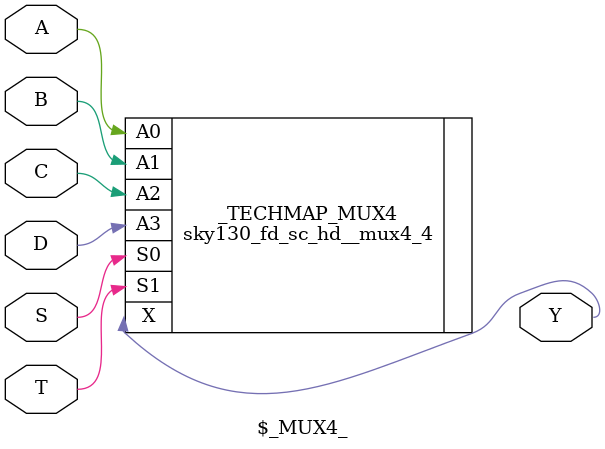
<source format=v>
module \$_MUX4_ (
    output Y,
    input A,
    input B,
    input C,
    input D,
    input S,
    input T
    );
  sky130_fd_sc_hd__mux4_4 _TECHMAP_MUX4 (
      .X(Y),
      .A0(A),
      .A1(B),
      .A2(C),
      .A3(D),
      .S0(S),
      .S1(T)
  );
endmodule
</source>
